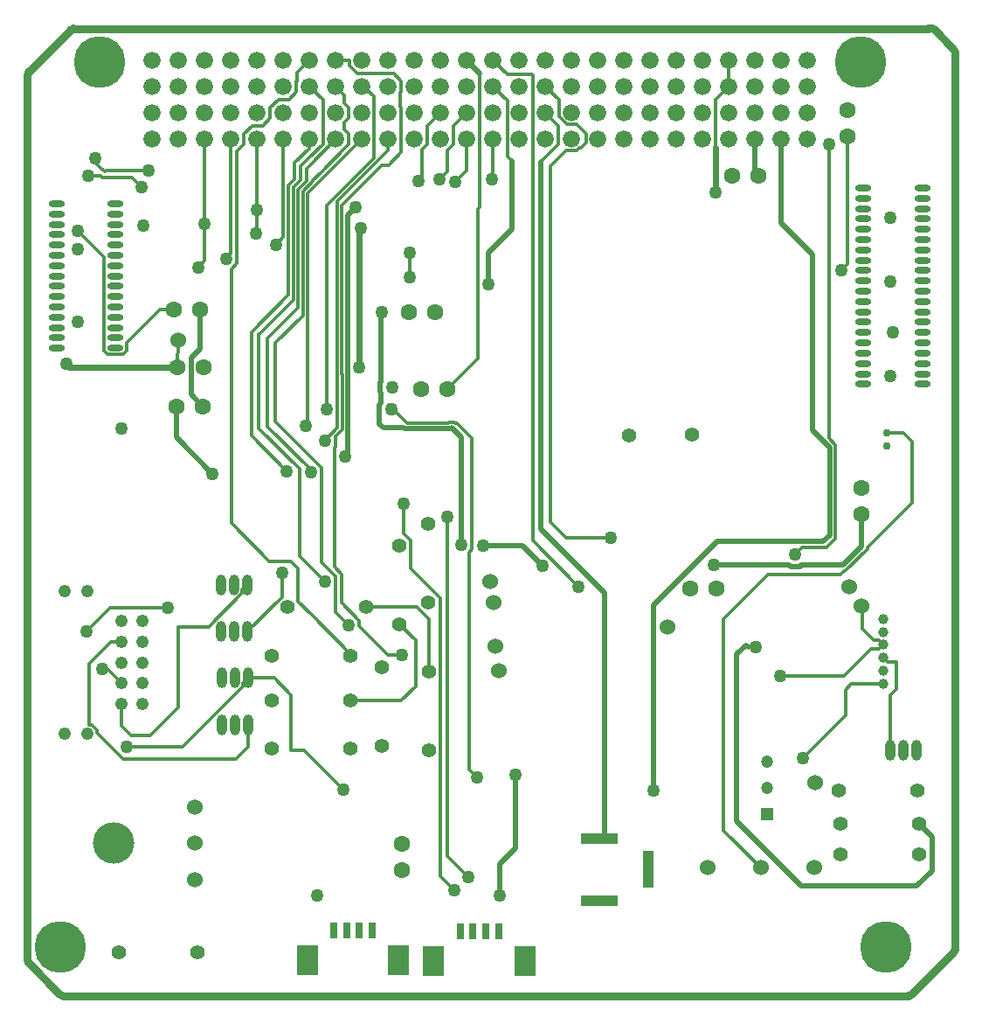
<source format=gbl>
G04 Layer_Physical_Order=4*
G04 Layer_Color=16711680*
%FSLAX43Y43*%
%MOMM*%
G71*
G01*
G75*
%ADD12O,1.600X0.600*%
%ADD18C,0.508*%
%ADD19C,0.330*%
%ADD20C,0.559*%
%ADD21C,0.305*%
%ADD22C,0.762*%
%ADD23C,0.762*%
%ADD24C,0.750*%
%ADD25C,1.000*%
%ADD26C,1.524*%
%ADD27C,1.600*%
%ADD28R,2.100X3.000*%
%ADD29R,0.800X1.600*%
%ADD30R,1.100X3.600*%
%ADD31R,3.600X1.100*%
%ADD32C,1.220*%
%ADD33C,1.400*%
%ADD34O,1.000X2.000*%
%ADD35O,1.000X2.000*%
%ADD36C,1.676*%
%ADD37C,1.200*%
%ADD38R,1.200X1.200*%
%ADD39C,4.000*%
%ADD40C,1.270*%
%ADD41C,5.000*%
D12*
X8824Y63470D02*
D03*
Y64470D02*
D03*
Y65470D02*
D03*
Y66470D02*
D03*
Y67470D02*
D03*
Y68470D02*
D03*
Y69470D02*
D03*
Y70470D02*
D03*
Y71470D02*
D03*
Y72470D02*
D03*
Y73470D02*
D03*
Y74470D02*
D03*
Y75470D02*
D03*
Y76470D02*
D03*
Y77470D02*
D03*
X3124D02*
D03*
Y76470D02*
D03*
Y75470D02*
D03*
Y74470D02*
D03*
Y73470D02*
D03*
Y72470D02*
D03*
Y71470D02*
D03*
Y70470D02*
D03*
Y69470D02*
D03*
Y68470D02*
D03*
Y67470D02*
D03*
Y66470D02*
D03*
Y65470D02*
D03*
Y64470D02*
D03*
Y63470D02*
D03*
X81331Y59994D02*
D03*
Y60994D02*
D03*
Y61994D02*
D03*
Y62994D02*
D03*
Y63994D02*
D03*
Y64994D02*
D03*
Y65994D02*
D03*
Y66994D02*
D03*
Y67994D02*
D03*
Y68994D02*
D03*
Y69994D02*
D03*
Y70994D02*
D03*
Y71994D02*
D03*
Y72994D02*
D03*
Y73994D02*
D03*
Y74994D02*
D03*
Y75994D02*
D03*
Y76994D02*
D03*
Y77994D02*
D03*
Y78994D02*
D03*
X87031D02*
D03*
Y77994D02*
D03*
Y76994D02*
D03*
Y75994D02*
D03*
Y74994D02*
D03*
Y73994D02*
D03*
Y72994D02*
D03*
Y71994D02*
D03*
Y70994D02*
D03*
Y69994D02*
D03*
Y68994D02*
D03*
Y67994D02*
D03*
Y66994D02*
D03*
Y65994D02*
D03*
Y64994D02*
D03*
Y63994D02*
D03*
Y62994D02*
D03*
Y61994D02*
D03*
Y60994D02*
D03*
Y59994D02*
D03*
D18*
X34442Y56109D02*
X34785Y55766D01*
X34442Y56109D02*
Y58030D01*
X34531Y58119D01*
Y59178D01*
X34493Y59217D02*
X34531Y59178D01*
X34493Y59217D02*
Y60163D01*
X34531Y60202D01*
Y66815D01*
X34785Y55766D02*
X36789D01*
X41351Y55677D02*
X41440Y55766D01*
X36878Y55677D02*
X41351D01*
X36789Y55766D02*
X36878Y55677D01*
X41440Y55766D02*
X42342Y54864D01*
Y44425D02*
Y54864D01*
X75327Y42469D02*
X79346D01*
X75200Y42342D02*
X75327Y42469D01*
X74253Y42342D02*
X75200D01*
X74126Y42469D02*
X74253Y42342D01*
X66802Y42469D02*
X74126D01*
X79346D02*
X81153Y44276D01*
X50063Y45974D02*
X56286Y39751D01*
X50063Y45974D02*
Y81501D01*
X47295Y75006D02*
Y81611D01*
X45009Y72720D02*
X47295Y75006D01*
X56286Y16540D02*
Y39751D01*
X45009Y69672D02*
Y72720D01*
X14732Y54839D02*
X18263Y51308D01*
X14732Y54839D02*
Y57861D01*
X46101Y10490D02*
Y13513D01*
X47650Y15062D01*
Y22174D01*
X70841Y80442D02*
Y81661D01*
X31039Y53048D02*
X31115Y52972D01*
X70841Y81661D02*
Y83744D01*
X42901Y91364D02*
X44145Y90119D01*
X86766Y17399D02*
X87960Y16205D01*
Y12903D02*
Y16205D01*
X69063Y17655D02*
Y33829D01*
X69980Y34747D01*
X70209Y34519D01*
X69063Y17655D02*
X75313Y11405D01*
X86462D01*
X87960Y12903D01*
X60960Y20625D02*
Y38583D01*
X73381Y75577D02*
Y83744D01*
X76403Y55550D02*
Y72554D01*
X73381Y75577D02*
X76403Y72554D01*
X78080Y45415D02*
Y53873D01*
X76403Y55550D02*
X78080Y53873D01*
X60960Y38583D02*
X67158Y44780D01*
X77445D01*
X78080Y45415D01*
X31318Y61198D02*
X31369Y61147D01*
Y53378D02*
Y61147D01*
X31318Y61198D02*
Y76352D01*
X32131Y77165D01*
X31039Y53048D02*
X31369Y53378D01*
X17069Y63449D02*
Y67259D01*
X16167Y58966D02*
Y62548D01*
X17069Y63449D01*
X16167Y58966D02*
X17272Y57861D01*
X81153Y44276D02*
Y47371D01*
X44450Y44374D02*
X48285D01*
X50241Y42418D01*
D19*
X41755Y56223D02*
X41923D01*
X41666Y56312D02*
X41755Y56223D01*
X41214Y56312D02*
X41666D01*
X41125Y56223D02*
X41214Y56312D01*
X37105Y56223D02*
X41125D01*
X81699Y44175D02*
X86030Y48506D01*
X81699Y44050D02*
Y44175D01*
X79572Y41923D02*
X81699Y44050D01*
X79446Y41923D02*
X79572D01*
X79129Y41605D02*
X79446Y41923D01*
X27102Y24587D02*
X30937Y20752D01*
X25857Y24587D02*
X27102D01*
X40996Y59487D02*
X43955Y62446D01*
Y76924D01*
X44120Y77089D01*
X21615Y36043D02*
X24968Y39395D01*
Y41732D01*
X21138Y40111D02*
X21615Y40589D01*
X21138Y39761D02*
Y40111D01*
X17851Y36474D02*
X21138Y39761D01*
X14961Y36474D02*
X17851D01*
X21188Y31094D02*
X21666Y31572D01*
X21188Y30744D02*
Y31094D01*
X15311Y24867D02*
X21188Y30744D01*
X9931Y24867D02*
X15311D01*
X6285Y27022D02*
Y27991D01*
X6274Y28002D02*
X6285Y27991D01*
X6274Y28002D02*
Y32944D01*
X7061Y26246D02*
Y26494D01*
X6532Y27022D02*
X7061Y26494D01*
X6285Y27022D02*
X6532D01*
X21666Y24867D02*
Y27000D01*
X20498Y23698D02*
X21666Y24867D01*
X9609Y23698D02*
X20498D01*
X7061Y26246D02*
X9609Y23698D01*
X21666Y31572D02*
X21692Y31547D01*
X24232D01*
X25857Y29921D01*
Y24587D02*
Y29921D01*
X51029Y46660D02*
X52553Y45136D01*
X56858D01*
X51029Y46660D02*
Y81128D01*
X52515Y82614D02*
X53529D01*
X51029Y81128D02*
X52515Y82614D01*
X53529D02*
X53770Y82855D01*
X53975D01*
X53518Y85154D02*
X54471Y84201D01*
X53975Y82855D02*
X54471Y83350D01*
Y84201D01*
X51804Y85943D02*
Y87541D01*
Y85943D02*
X52592Y85154D01*
X53529D01*
X49238Y89954D02*
X49301Y89891D01*
X45441Y88824D02*
X46850Y87414D01*
Y82055D02*
Y87414D01*
Y82055D02*
X47295Y81611D01*
X37389Y70358D02*
Y72695D01*
X36754Y45575D02*
X37466Y44863D01*
X36754Y45575D02*
Y48412D01*
X41808Y79553D02*
X41808D01*
X40284Y79858D02*
X40988Y80561D01*
X38548Y80026D02*
Y82711D01*
X38202Y79680D02*
X38548Y80026D01*
X41808Y79553D02*
X42901Y80645D01*
X44120Y77089D02*
Y83239D01*
X45314Y79858D02*
Y79883D01*
X55753Y16007D02*
X56286Y16540D01*
X5347Y74689D02*
Y75070D01*
X7732Y63225D02*
Y72303D01*
X5347Y74689D02*
X7732Y72303D01*
Y63225D02*
X8079Y62878D01*
X9569D01*
X9916Y63225D01*
Y64012D01*
X13164Y67259D01*
X14529D01*
X40311Y12368D02*
X41707Y10973D01*
X40311Y12368D02*
Y39300D01*
X37466Y42145D02*
X40311Y39300D01*
X70841Y80442D02*
X71120Y80162D01*
X30188Y37910D02*
X31420Y36678D01*
X32474Y36538D02*
X35255Y33757D01*
X32474Y36538D02*
Y37114D01*
X30772Y38816D02*
X32474Y37114D01*
X45441Y91364D02*
X46850Y89954D01*
X49238D01*
X22022Y54991D02*
Y65049D01*
Y54991D02*
X25425Y51587D01*
X22758Y55745D02*
X26670Y51834D01*
X22758Y55745D02*
Y64821D01*
X22796D01*
X23571Y55905D02*
Y64389D01*
X24359Y56380D02*
Y64008D01*
X23571Y55905D02*
X27762Y51714D01*
X26543Y38943D02*
X27853Y37632D01*
X26543Y38943D02*
Y42189D01*
X8375Y35045D02*
X9449D01*
X6274Y32944D02*
X8375Y35045D01*
X26670Y43383D02*
Y51834D01*
X66878Y82944D02*
X66980Y82842D01*
X66878Y82944D02*
X67018Y83084D01*
Y87541D01*
X68301Y88824D01*
X27538Y81844D02*
X28944Y83249D01*
X27520Y81844D02*
X27538D01*
X30188Y37910D02*
Y41356D01*
X28778Y42766D02*
X30188Y41356D01*
X28778Y42766D02*
Y50973D01*
X28816Y51011D01*
Y51922D01*
X24359Y56380D02*
X28816Y51922D01*
X28944Y87465D02*
X28956Y87477D01*
X28944Y83249D02*
Y87465D01*
X26378Y88303D02*
Y89319D01*
X25641Y87567D02*
X26378Y88303D01*
X24626Y87567D02*
X25641D01*
X27661Y82838D02*
Y83744D01*
X23838Y86779D02*
X24626Y87567D01*
X23838Y85763D02*
Y86779D01*
X23101Y85027D02*
X23838Y85763D01*
X27762Y51486D02*
Y51714D01*
X26670Y43383D02*
X29134Y40919D01*
X20066Y71153D02*
X20625Y71712D01*
X20066Y46533D02*
Y71153D01*
Y46533D02*
X23724Y42875D01*
X20625Y71712D02*
Y82550D01*
X21298Y84239D02*
X22086Y85027D01*
X21298Y83223D02*
Y84239D01*
X20625Y82550D02*
X21298Y83223D01*
X23724Y42875D02*
X25832D01*
X26378Y89319D02*
X26415Y89356D01*
X22086Y85027D02*
X23101D01*
X7595Y79985D02*
X10465D01*
X7391Y80188D02*
X7595Y79985D01*
X7633Y80772D02*
X7837Y80569D01*
X7569Y80772D02*
X7633D01*
X10465Y79985D02*
X11405Y79045D01*
X6198Y80188D02*
X7391D01*
X40988Y80561D02*
Y82612D01*
X24372Y73470D02*
X25121Y74219D01*
Y83744D01*
X22428Y74574D02*
X22581Y74727D01*
Y83744D01*
X19558Y72136D02*
X20041Y72619D01*
Y83744D01*
X16866Y71298D02*
X17501Y71933D01*
X26442Y90145D02*
X27661Y91364D01*
X26442Y89329D02*
Y90145D01*
X45441Y79756D02*
Y83744D01*
X73304Y31725D02*
X79445D01*
X82048Y34328D01*
X82837D01*
X83267Y34759D01*
X75489Y23774D02*
X79629Y27915D01*
Y30429D01*
X80162Y30963D01*
X83221D01*
X83267Y31009D01*
X83922Y24562D02*
Y29870D01*
X84487Y30435D01*
Y33078D01*
X83698D02*
X84487D01*
X83267Y33509D02*
X83698Y33078D01*
X68301Y88824D02*
Y91364D01*
X40932Y47155D02*
X40970Y47117D01*
X37466Y42145D02*
Y44863D01*
X86030Y48506D02*
Y54432D01*
X85187Y55275D02*
X86030Y54432D01*
X83591Y55275D02*
X85187D01*
X70209Y34519D02*
X70866D01*
X50521Y88824D02*
X51804Y87541D01*
X9449Y26899D02*
Y29045D01*
Y26899D02*
X10389Y25959D01*
X12217D01*
X14961Y28702D01*
X7544Y32461D02*
X8033D01*
X9449Y31045D01*
X6071Y36093D02*
X8306Y38329D01*
X67793Y16791D02*
X71400Y13183D01*
X67793Y16791D02*
Y37287D01*
X14961Y28702D02*
Y36474D01*
X8306Y38329D02*
X13919D01*
X14808Y61671D02*
X14910Y64287D01*
X82837Y35189D02*
X83267Y34759D01*
X82294Y35189D02*
X82837D01*
X81204Y36279D02*
X82294Y35189D01*
X81204Y36279D02*
Y38481D01*
X81178Y38506D02*
X81204Y38481D01*
X30201Y91364D02*
X31483D01*
Y90843D02*
Y91364D01*
Y90843D02*
X32246Y90081D01*
X35801D01*
X36538Y89345D01*
Y88303D02*
Y89345D01*
X36474Y88240D02*
X36538Y88303D01*
X36474Y86868D02*
Y88240D01*
Y86868D02*
X36538Y86805D01*
Y82436D02*
Y86805D01*
X35306Y81204D02*
X36538Y82436D01*
X30061Y53805D02*
X30188Y53932D01*
X30061Y42309D02*
Y53805D01*
Y42309D02*
X30772Y41598D01*
Y38816D02*
Y41598D01*
X35255Y33757D02*
X36627D01*
X25857Y42875D02*
X26543Y42189D01*
X6909Y81432D02*
X7569Y80772D01*
X6909Y81432D02*
Y81890D01*
X7837Y80569D02*
X7964Y80696D01*
X12065D01*
X78626Y45072D02*
Y54100D01*
X77724Y44171D02*
X78626Y45072D01*
X75413Y44171D02*
X77724D01*
X74727Y43485D02*
X75413Y44171D01*
X77978Y54747D02*
X78626Y54100D01*
X77978Y54747D02*
X78003Y54773D01*
Y83185D01*
X79756Y71578D02*
Y83947D01*
X79172Y70994D02*
X79756Y71578D01*
X45314Y79883D02*
X45441Y79756D01*
X34679Y81204D02*
X35306D01*
X17501Y75311D02*
Y83744D01*
X17475Y75336D02*
X17501Y75311D01*
X17475Y75336D02*
Y75514D01*
Y71958D02*
Y75514D01*
Y71958D02*
X17501Y71933D01*
X30188Y53932D02*
Y54959D01*
X32741Y88824D02*
X32893D01*
X33871Y87846D01*
Y81870D02*
Y87846D01*
X35373Y57954D02*
X37105Y56223D01*
X30823Y55594D02*
Y60921D01*
X30772Y60972D02*
X30823Y60921D01*
X30772Y60972D02*
Y77297D01*
X34679Y81204D01*
X30188Y54959D02*
X30823Y55594D01*
X27394Y80891D02*
X27762Y81259D01*
X27978Y79718D02*
X28803Y80543D01*
X26810Y81133D02*
X27520Y81844D01*
X26226Y81403D02*
X27661Y82838D01*
X27280Y55931D02*
X27457Y56109D01*
Y78461D01*
X32741Y83744D01*
X24359Y64008D02*
X27000Y66650D01*
Y78650D01*
X27978Y79628D01*
Y79718D01*
X23571Y64389D02*
X26543Y67361D01*
Y78839D01*
X27394Y79690D01*
Y80891D01*
X22796Y64821D02*
X26086Y68111D01*
Y79029D01*
X26810Y79753D01*
Y81133D01*
X22022Y65049D02*
X25629Y68656D01*
Y79218D01*
X26226Y79815D01*
Y81403D01*
X29312Y57607D02*
Y77311D01*
X33871Y81870D01*
X67793Y37287D02*
X72111Y41605D01*
X79129D01*
X34531Y66815D02*
X34671Y66954D01*
X40970Y14326D02*
X43028Y12268D01*
X40970Y14326D02*
Y47117D01*
X43129Y22708D02*
X43891Y21946D01*
X43129Y22708D02*
Y43721D01*
X41923Y56223D02*
X43396Y54750D01*
X43129Y43721D02*
X43396Y43988D01*
Y54750D01*
D20*
X32461Y61671D02*
Y75159D01*
X32512Y75108D02*
X32614D01*
X32461Y75159D02*
X32512Y75108D01*
X66980Y78588D02*
Y82842D01*
X4368Y61671D02*
X14808D01*
D21*
X50063Y81501D02*
X51765Y83203D01*
X49301Y44856D02*
Y89891D01*
Y44856D02*
X53657Y40500D01*
X44145Y83228D02*
Y90119D01*
X51765Y83203D02*
Y85039D01*
X50521Y86284D02*
X51765Y85039D01*
X42901Y80645D02*
Y83744D01*
X27853Y37632D02*
X31623Y33863D01*
X36347Y36779D02*
X37922Y35204D01*
Y30734D02*
Y35204D01*
X28803Y80543D02*
X31039Y82779D01*
Y82822D01*
Y84665D02*
Y85362D01*
Y84665D02*
X31445Y84259D01*
Y83228D02*
Y84259D01*
X31039Y82822D02*
X31445Y83228D01*
X31039Y87205D02*
Y87986D01*
Y87205D02*
X31445Y86799D01*
Y85768D02*
Y86799D01*
X31039Y85362D02*
X31445Y85768D01*
X30201Y88824D02*
X31039Y87986D01*
X27661Y88824D02*
X28982Y87503D01*
X28956Y87477D02*
X28982Y87503D01*
X27762Y81259D02*
X30201Y83698D01*
Y83744D01*
X33147Y38430D02*
X38024D01*
X36551Y29362D02*
X37922Y30734D01*
X38024Y38430D02*
X39243Y37211D01*
Y32182D02*
Y37211D01*
X31648Y29362D02*
X36551D01*
X31587Y33852D02*
X31623Y33863D01*
X42738Y83581D02*
X42901Y83744D01*
X41580Y84963D02*
X42901Y86284D01*
X39040Y84963D02*
X40361Y86284D01*
X31521Y33833D02*
X31587Y33852D01*
X38548Y82711D02*
X39065Y83228D01*
Y84259D01*
X39040Y84285D02*
X39065Y84259D01*
X39040Y84285D02*
Y84963D01*
X41580D02*
X41605Y84937D01*
Y83228D02*
Y84937D01*
X40988Y82612D02*
X41605Y83228D01*
X44138Y83221D02*
X44145Y83228D01*
X35281Y82652D02*
Y83744D01*
X29134Y54534D02*
X30378Y55778D01*
Y60737D01*
X30328Y60787D02*
X30378Y60737D01*
X30328Y60787D02*
Y77699D01*
X35281Y82652D01*
D22*
X3439Y925D02*
G03*
X3439Y924I270J269D01*
G01*
X3464Y899D02*
G03*
X3734Y787I270J269D01*
G01*
X305Y4216D02*
G03*
X417Y3947I381J0D01*
G01*
X305Y4216D02*
G03*
X416Y3947I381J0D01*
G01*
X3464Y899D02*
G03*
X3734Y787I269J269D01*
G01*
X416Y90236D02*
G03*
X305Y89967I269J-269D01*
G01*
X417Y90237D02*
G03*
X305Y89967I269J-270D01*
G01*
X4775Y94437D02*
G03*
X4505Y94325I0J-381D01*
G01*
X4775Y94437D02*
G03*
X4506Y94326I0J-381D01*
G01*
X85700Y787D02*
G03*
X85969Y899I0J381D01*
G01*
X85700Y787D02*
G03*
X85969Y899I0J381D01*
G01*
X90058Y4988D02*
G03*
X90170Y5258I-269J270D01*
G01*
X90058Y4988D02*
G03*
X90170Y5258I-269J269D01*
G01*
X88153Y94376D02*
G03*
X87694Y94437I-269J-269D01*
G01*
X88154Y94376D02*
G03*
X87694Y94437I-270J-269D01*
G01*
X90170Y92202D02*
G03*
X90058Y92471I-381J0D01*
G01*
X90170Y92202D02*
G03*
X90058Y92472I-381J0D01*
G01*
X3464Y899D02*
X3464Y899D01*
X3439Y924D02*
X3464Y899D01*
X3439Y924D02*
X3439Y924D01*
X3439Y925D02*
X3439Y924D01*
X417Y3947D02*
X3439Y925D01*
X416Y3947D02*
X417Y3947D01*
X3734Y787D02*
X84506D01*
X305Y4216D02*
Y89967D01*
X416Y90236D02*
X417Y90237D01*
X4505Y94325D01*
X4506Y94326D01*
X4775Y94437D02*
X4801D01*
X87694D01*
X84506Y787D02*
X85700D01*
X85969Y899D02*
X85969Y899D01*
X90058Y4988D01*
X90058Y4988D01*
X90170Y5258D02*
Y91821D01*
Y92202D01*
X90058Y92472D02*
X90058Y92471D01*
X88154Y94376D02*
X90058Y92472D01*
X88153Y94376D02*
X88154Y94376D01*
D23*
X3439Y924D02*
D03*
D24*
X83591Y55275D02*
D03*
Y54020D02*
D03*
D25*
X83267Y33509D02*
D03*
Y36009D02*
D03*
Y31009D02*
D03*
Y34759D02*
D03*
Y37259D02*
D03*
Y32259D02*
D03*
D26*
X71400Y13183D02*
D03*
X76530D02*
D03*
X66270D02*
D03*
X16561Y19050D02*
D03*
Y12050D02*
D03*
Y15550D02*
D03*
X14910Y64287D02*
D03*
X62332Y36449D02*
D03*
X76632Y21387D02*
D03*
X79934Y40411D02*
D03*
X81178Y38506D02*
D03*
X46025Y32233D02*
D03*
X45491Y38862D02*
D03*
X45669Y34595D02*
D03*
X45187Y40869D02*
D03*
D27*
X36627Y12929D02*
D03*
Y15469D02*
D03*
X79756Y83947D02*
D03*
Y86487D02*
D03*
X38456Y59487D02*
D03*
X40996D02*
D03*
X68580Y80162D02*
D03*
X71120D02*
D03*
X67081Y40208D02*
D03*
X64541D02*
D03*
X14808Y61671D02*
D03*
X17348D02*
D03*
X39853Y67005D02*
D03*
X37313D02*
D03*
X81153Y49911D02*
D03*
Y47371D02*
D03*
X14529Y67259D02*
D03*
X17069D02*
D03*
X14732Y57861D02*
D03*
X17272D02*
D03*
D28*
X39690Y4136D02*
D03*
X48540D02*
D03*
X27437Y4227D02*
D03*
X36287D02*
D03*
D29*
X44740Y7036D02*
D03*
X45990D02*
D03*
X43490D02*
D03*
X42240D02*
D03*
X32487Y7127D02*
D03*
X33737D02*
D03*
X31237D02*
D03*
X29987D02*
D03*
D30*
X60453Y13007D02*
D03*
D31*
X55753Y16007D02*
D03*
Y9957D02*
D03*
D32*
X3899Y26120D02*
D03*
X6159D02*
D03*
X3899Y39970D02*
D03*
X6159D02*
D03*
X9449Y37045D02*
D03*
X11449D02*
D03*
X9449Y35045D02*
D03*
X11449D02*
D03*
X9449Y33045D02*
D03*
X11449D02*
D03*
X9449Y31045D02*
D03*
X11449D02*
D03*
X9449Y29045D02*
D03*
X11449D02*
D03*
D33*
X9169Y5004D02*
D03*
X16789D02*
D03*
X86690Y14453D02*
D03*
X79070D02*
D03*
X86766Y17399D02*
D03*
X79146D02*
D03*
X78969Y20625D02*
D03*
X86589D02*
D03*
X31598Y24714D02*
D03*
X23978D02*
D03*
X31648Y29362D02*
D03*
X24028D02*
D03*
X31623Y33731D02*
D03*
X24003D02*
D03*
X33147Y38430D02*
D03*
X25527D02*
D03*
X39192Y32182D02*
D03*
Y24562D02*
D03*
X39167Y38862D02*
D03*
Y46482D02*
D03*
X36347Y36779D02*
D03*
Y44399D02*
D03*
X34671Y24943D02*
D03*
Y32563D02*
D03*
X64745Y55143D02*
D03*
X58623Y55016D02*
D03*
D34*
X86462Y24562D02*
D03*
X83922D02*
D03*
X21615Y40589D02*
D03*
X20345D02*
D03*
X21615Y36043D02*
D03*
X20345D02*
D03*
X21666Y31572D02*
D03*
X20396D02*
D03*
X21666Y27000D02*
D03*
X20396D02*
D03*
D35*
X85192Y24562D02*
D03*
X19075Y40589D02*
D03*
Y36043D02*
D03*
X19126Y31572D02*
D03*
Y27000D02*
D03*
D36*
X12421Y91364D02*
D03*
Y88824D02*
D03*
Y86284D02*
D03*
Y83744D02*
D03*
X14961Y91364D02*
D03*
Y88824D02*
D03*
Y86284D02*
D03*
Y83744D02*
D03*
X17501Y91364D02*
D03*
Y88824D02*
D03*
Y86284D02*
D03*
Y83744D02*
D03*
X20041Y91364D02*
D03*
Y88824D02*
D03*
Y86284D02*
D03*
Y83744D02*
D03*
X22581Y91364D02*
D03*
Y88824D02*
D03*
Y86284D02*
D03*
Y83744D02*
D03*
X25121Y91364D02*
D03*
Y88824D02*
D03*
Y86284D02*
D03*
Y83744D02*
D03*
X27661Y91364D02*
D03*
Y88824D02*
D03*
Y86284D02*
D03*
Y83744D02*
D03*
X30201Y91364D02*
D03*
Y88824D02*
D03*
Y86284D02*
D03*
Y83744D02*
D03*
X32741Y91364D02*
D03*
Y88824D02*
D03*
Y86284D02*
D03*
Y83744D02*
D03*
X35281Y91364D02*
D03*
Y88824D02*
D03*
Y86284D02*
D03*
Y83744D02*
D03*
X37821Y91364D02*
D03*
Y88824D02*
D03*
X40361Y86284D02*
D03*
Y83744D02*
D03*
Y91364D02*
D03*
Y88824D02*
D03*
X42901Y86284D02*
D03*
Y83744D02*
D03*
Y91364D02*
D03*
Y88824D02*
D03*
X45441Y86284D02*
D03*
Y83744D02*
D03*
Y91364D02*
D03*
Y88824D02*
D03*
X47981Y86284D02*
D03*
Y83744D02*
D03*
Y91364D02*
D03*
Y88824D02*
D03*
X50521Y86284D02*
D03*
Y83744D02*
D03*
Y91364D02*
D03*
Y88824D02*
D03*
X53061Y86284D02*
D03*
Y83744D02*
D03*
Y91364D02*
D03*
Y88824D02*
D03*
X55601Y86284D02*
D03*
Y83744D02*
D03*
Y91364D02*
D03*
Y88824D02*
D03*
X58141Y86284D02*
D03*
Y83744D02*
D03*
Y91364D02*
D03*
Y88824D02*
D03*
X60681Y86284D02*
D03*
Y83744D02*
D03*
Y91364D02*
D03*
Y88824D02*
D03*
X63221Y86284D02*
D03*
Y83744D02*
D03*
Y91364D02*
D03*
Y88824D02*
D03*
X65761Y86284D02*
D03*
Y83744D02*
D03*
Y91364D02*
D03*
Y88824D02*
D03*
X68301Y86284D02*
D03*
Y83744D02*
D03*
Y91364D02*
D03*
Y88824D02*
D03*
X70841Y86284D02*
D03*
Y83744D02*
D03*
Y91364D02*
D03*
Y88824D02*
D03*
X73381Y86284D02*
D03*
Y83744D02*
D03*
Y91364D02*
D03*
Y88824D02*
D03*
X75921Y86284D02*
D03*
Y83744D02*
D03*
Y91364D02*
D03*
Y88824D02*
D03*
X37821Y86284D02*
D03*
Y83744D02*
D03*
D37*
X72034Y23444D02*
D03*
Y20904D02*
D03*
D38*
Y18364D02*
D03*
D39*
X8651Y15550D02*
D03*
D40*
X28397Y10516D02*
D03*
X30937Y20752D02*
D03*
X32614Y75108D02*
D03*
X56858Y45136D02*
D03*
X37389Y70358D02*
D03*
X36754Y48412D02*
D03*
X41808Y79553D02*
D03*
X40284Y79858D02*
D03*
X38202Y79680D02*
D03*
X45314Y79858D02*
D03*
X53696Y40386D02*
D03*
X45009Y69672D02*
D03*
X18263Y51308D02*
D03*
X5156Y74879D02*
D03*
X46101Y10490D02*
D03*
X47650Y22174D02*
D03*
X41707Y10973D02*
D03*
X43028Y12268D02*
D03*
X31420Y36678D02*
D03*
X35636Y59690D02*
D03*
X9398Y55702D02*
D03*
X32461Y61671D02*
D03*
X66980Y78588D02*
D03*
X4064Y61976D02*
D03*
X11582Y75387D02*
D03*
X29134Y54534D02*
D03*
X27280Y55931D02*
D03*
X27762Y51486D02*
D03*
X25425Y51587D02*
D03*
X11405Y79045D02*
D03*
X19558Y72136D02*
D03*
X16866Y71298D02*
D03*
X22428Y74574D02*
D03*
X24372Y73470D02*
D03*
X5232Y73101D02*
D03*
X6198Y80188D02*
D03*
X83896Y60808D02*
D03*
Y69926D02*
D03*
X83972Y76124D02*
D03*
X24968Y41732D02*
D03*
X29134Y40919D02*
D03*
X84171Y64994D02*
D03*
X73304Y31725D02*
D03*
X75489Y23774D02*
D03*
X31115Y52972D02*
D03*
X40970Y47117D02*
D03*
X70866Y34519D02*
D03*
X6071Y36093D02*
D03*
X7544Y32461D02*
D03*
X9931Y24867D02*
D03*
X13919Y38329D02*
D03*
X36627Y33757D02*
D03*
X5232Y66040D02*
D03*
X6909Y81890D02*
D03*
X12065Y80696D02*
D03*
X60960Y20625D02*
D03*
X74727Y43485D02*
D03*
X78003Y83185D02*
D03*
X79172Y70994D02*
D03*
X32131Y77165D02*
D03*
X37389Y72695D02*
D03*
X17475Y75514D02*
D03*
X22581Y76860D02*
D03*
X43891Y21946D02*
D03*
X29312Y57607D02*
D03*
X34671Y66954D02*
D03*
X66802Y42469D02*
D03*
X35585Y57556D02*
D03*
X50241Y42418D02*
D03*
X42342Y44425D02*
D03*
X44450Y44374D02*
D03*
D41*
X3526Y5479D02*
D03*
X83526D02*
D03*
X81026Y91179D02*
D03*
X7326D02*
D03*
M02*

</source>
